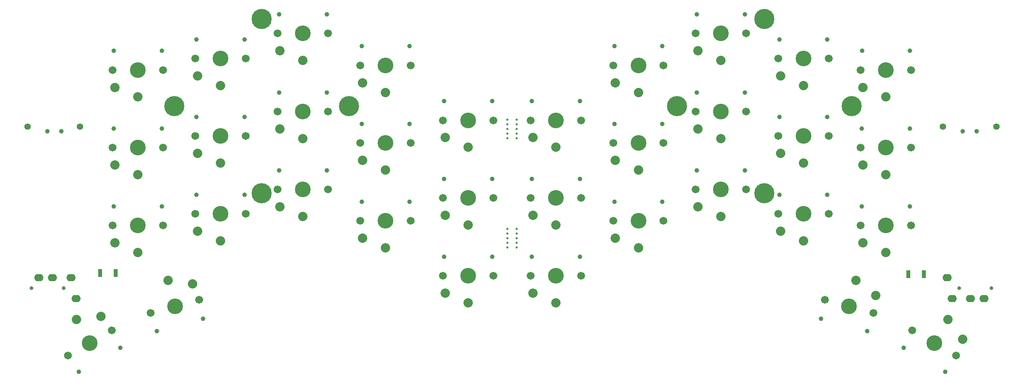
<source format=gbr>
%TF.GenerationSoftware,KiCad,Pcbnew,(6.0.4-0)*%
%TF.CreationDate,2022-05-14T15:15:58+02:00*%
%TF.ProjectId,sweepv2.1,73776565-7076-4322-9e31-2e6b69636164,rev?*%
%TF.SameCoordinates,Original*%
%TF.FileFunction,Soldermask,Top*%
%TF.FilePolarity,Negative*%
%FSLAX46Y46*%
G04 Gerber Fmt 4.6, Leading zero omitted, Abs format (unit mm)*
G04 Created by KiCad (PCBNEW (6.0.4-0)) date 2022-05-14 15:15:58*
%MOMM*%
%LPD*%
G01*
G04 APERTURE LIST*
%ADD10C,0.990600*%
%ADD11C,3.429000*%
%ADD12C,2.032000*%
%ADD13C,1.701800*%
%ADD14C,0.500000*%
%ADD15O,2.000000X1.600000*%
%ADD16C,0.800000*%
%ADD17C,1.000000*%
%ADD18R,0.900000X1.700000*%
%ADD19C,4.400000*%
%ADD20C,1.397000*%
G04 APERTURE END LIST*
D10*
%TO.C,SW10*%
X170636000Y-43298000D03*
D11*
X175856000Y-47498000D03*
D12*
X170856000Y-51298000D03*
X175856000Y-53398000D03*
D10*
X181076000Y-43298000D03*
D13*
X181356000Y-47498000D03*
X170356000Y-47498000D03*
%TD*%
D14*
%TO.C,mouse-bite-2mm-slot*%
X131318000Y-51308000D03*
X129286000Y-51308000D03*
X131318000Y-53340000D03*
X129286000Y-53340000D03*
X131318000Y-49276000D03*
X129286000Y-49276000D03*
X131318000Y-50292000D03*
X131318000Y-52324000D03*
X129286000Y-52324000D03*
X129286000Y-50292000D03*
%TD*%
%TO.C,mouse-bite-2mm-slot*%
X131318000Y-75184000D03*
X129286000Y-75184000D03*
X131318000Y-77216000D03*
X129286000Y-77216000D03*
X131318000Y-73152000D03*
X129286000Y-73152000D03*
X131318000Y-74168000D03*
X131318000Y-76200000D03*
X129286000Y-76200000D03*
X129286000Y-74168000D03*
%TD*%
D15*
%TO.C,J1*%
X30076000Y-83752000D03*
D16*
X25476000Y-86052000D03*
X32476000Y-86052000D03*
D15*
X27076000Y-83752000D03*
X34076000Y-83752000D03*
X35176000Y-88352000D03*
%TD*%
%TO.C,J2*%
X230274000Y-88352000D03*
D16*
X234874000Y-86052000D03*
X227874000Y-86052000D03*
D15*
X233274000Y-88352000D03*
X226274000Y-88352000D03*
X225174000Y-83752000D03*
%TD*%
D17*
%TO.C,SW_POWERR1*%
X231624000Y-51816000D03*
X228624000Y-51816000D03*
%TD*%
%TO.C,SW_POWER1*%
X31980000Y-51816000D03*
X28980000Y-51816000D03*
%TD*%
D10*
%TO.C,SW2*%
X134636000Y-45182000D03*
D11*
X139856000Y-49382000D03*
D12*
X134856000Y-53182000D03*
X139856000Y-55282000D03*
D10*
X145076000Y-45182000D03*
D13*
X145356000Y-49382000D03*
X134356000Y-49382000D03*
%TD*%
D10*
%TO.C,SW3*%
X152636000Y-33182000D03*
D11*
X157856000Y-37382000D03*
D12*
X152856000Y-41182000D03*
X157856000Y-43282000D03*
D10*
X163076000Y-33182000D03*
D13*
X163356000Y-37382000D03*
X152356000Y-37382000D03*
%TD*%
D10*
%TO.C,SW4*%
X170636000Y-26182000D03*
D11*
X175856000Y-30382000D03*
D12*
X170856000Y-34182000D03*
X175856000Y-36282000D03*
D10*
X181076000Y-26182000D03*
D13*
X181356000Y-30382000D03*
X170356000Y-30382000D03*
%TD*%
D10*
%TO.C,SW5*%
X188636000Y-31682000D03*
D11*
X193856000Y-35882000D03*
D12*
X188856000Y-39682000D03*
X193856000Y-41782000D03*
D10*
X199076000Y-31682000D03*
D13*
X199356000Y-35882000D03*
X188356000Y-35882000D03*
%TD*%
D10*
%TO.C,SW6*%
X206636000Y-34182000D03*
D11*
X211856000Y-38382000D03*
D12*
X206856000Y-42182000D03*
X211856000Y-44282000D03*
D10*
X217076000Y-34182000D03*
D13*
X217356000Y-38382000D03*
X206356000Y-38382000D03*
%TD*%
D10*
%TO.C,SW8*%
X134636000Y-62182000D03*
D11*
X139856000Y-66382000D03*
D12*
X134856000Y-70182000D03*
X139856000Y-72282000D03*
D10*
X145076000Y-62182000D03*
D13*
X145356000Y-66382000D03*
X134356000Y-66382000D03*
%TD*%
D10*
%TO.C,SW9*%
X152636000Y-50156000D03*
D11*
X157856000Y-54356000D03*
D12*
X152856000Y-58156000D03*
X157856000Y-60256000D03*
D10*
X163076000Y-50156000D03*
D13*
X163356000Y-54356000D03*
X152356000Y-54356000D03*
%TD*%
D10*
%TO.C,SW11*%
X188636000Y-48632000D03*
D11*
X193856000Y-52832000D03*
D12*
X188856000Y-56632000D03*
X193856000Y-58732000D03*
D10*
X199076000Y-48632000D03*
D13*
X199356000Y-52832000D03*
X188356000Y-52832000D03*
%TD*%
D10*
%TO.C,SW12*%
X206616000Y-51172000D03*
D11*
X211836000Y-55372000D03*
D12*
X206836000Y-59172000D03*
X211836000Y-61272000D03*
D10*
X217056000Y-51172000D03*
D13*
X217336000Y-55372000D03*
X206336000Y-55372000D03*
%TD*%
D10*
%TO.C,SW14*%
X134636000Y-79182000D03*
D11*
X139856000Y-83382000D03*
D12*
X134856000Y-87182000D03*
X139856000Y-89282000D03*
D10*
X145076000Y-79182000D03*
D13*
X145356000Y-83382000D03*
X134356000Y-83382000D03*
%TD*%
D10*
%TO.C,SW15*%
X152636000Y-67174000D03*
D11*
X157856000Y-71374000D03*
D12*
X152856000Y-75174000D03*
X157856000Y-77274000D03*
D10*
X163076000Y-67174000D03*
D13*
X163356000Y-71374000D03*
X152356000Y-71374000D03*
%TD*%
D10*
%TO.C,SW16*%
X170636000Y-60316000D03*
D11*
X175856000Y-64516000D03*
D12*
X170856000Y-68316000D03*
X175856000Y-70416000D03*
D10*
X181076000Y-60316000D03*
D13*
X181356000Y-64516000D03*
X170356000Y-64516000D03*
%TD*%
D10*
%TO.C,SW17*%
X188636000Y-65650000D03*
D11*
X193856000Y-69850000D03*
D12*
X188856000Y-73650000D03*
X193856000Y-75750000D03*
D10*
X199076000Y-65650000D03*
D13*
X199356000Y-69850000D03*
X188356000Y-69850000D03*
%TD*%
D10*
%TO.C,SW18*%
X206616000Y-68190000D03*
D11*
X211836000Y-72390000D03*
D12*
X206836000Y-76190000D03*
X211836000Y-78290000D03*
D10*
X217056000Y-68190000D03*
D13*
X217336000Y-72390000D03*
X206336000Y-72390000D03*
%TD*%
D10*
%TO.C,SW20*%
X224806653Y-104329307D03*
D11*
X222386000Y-98082000D03*
D12*
X228616127Y-97291103D03*
X225336000Y-92972450D03*
D10*
X215765347Y-99109307D03*
D13*
X217622860Y-95332000D03*
X227149140Y-100832000D03*
%TD*%
D10*
%TO.C,SW21*%
X207781093Y-95489924D03*
D11*
X203826000Y-90082000D03*
D12*
X209639142Y-87705577D03*
X205353032Y-84383038D03*
D10*
X197696827Y-92787853D03*
D13*
X198513408Y-88658495D03*
X209138592Y-91505505D03*
%TD*%
D10*
%TO.C,SW11_r1*%
X61480000Y-48632000D03*
D11*
X66700000Y-52832000D03*
D12*
X61700000Y-56632000D03*
X66700000Y-58732000D03*
D10*
X71920000Y-48632000D03*
D13*
X72200000Y-52832000D03*
X61200000Y-52832000D03*
%TD*%
D10*
%TO.C,SW12_r1*%
X43466000Y-51172000D03*
D11*
X48686000Y-55372000D03*
D12*
X43686000Y-59172000D03*
X48686000Y-61272000D03*
D10*
X53906000Y-51172000D03*
D13*
X54186000Y-55372000D03*
X43186000Y-55372000D03*
%TD*%
D10*
%TO.C,SW13_r1*%
X115512000Y-79182000D03*
D11*
X120732000Y-83382000D03*
D12*
X115732000Y-87182000D03*
X120732000Y-89282000D03*
D10*
X125952000Y-79182000D03*
D13*
X126232000Y-83382000D03*
X115232000Y-83382000D03*
%TD*%
D10*
%TO.C,SW15_r1*%
X79468000Y-60316000D03*
D11*
X84688000Y-64516000D03*
D12*
X79688000Y-68316000D03*
X84688000Y-70416000D03*
D10*
X89908000Y-60316000D03*
D13*
X90188000Y-64516000D03*
X79188000Y-64516000D03*
%TD*%
D10*
%TO.C,SW16_r1*%
X61480000Y-65650000D03*
D11*
X66700000Y-69850000D03*
D12*
X61700000Y-73650000D03*
X66700000Y-75750000D03*
D10*
X71920000Y-65650000D03*
D13*
X72200000Y-69850000D03*
X61200000Y-69850000D03*
%TD*%
D10*
%TO.C,SW17_r1*%
X43466000Y-68190000D03*
D11*
X48686000Y-72390000D03*
D12*
X43686000Y-76190000D03*
X48686000Y-78290000D03*
D10*
X53906000Y-68190000D03*
D13*
X54186000Y-72390000D03*
X43186000Y-72390000D03*
%TD*%
D10*
%TO.C,SW18_r1*%
X97494000Y-67174000D03*
D11*
X102714000Y-71374000D03*
D12*
X97714000Y-75174000D03*
X102714000Y-77274000D03*
D10*
X107934000Y-67174000D03*
D13*
X108214000Y-71374000D03*
X97214000Y-71374000D03*
%TD*%
D10*
%TO.C,SW2_r1*%
X115512000Y-45182000D03*
D11*
X120732000Y-49382000D03*
D12*
X115732000Y-53182000D03*
X120732000Y-55282000D03*
D10*
X125952000Y-45182000D03*
D13*
X126232000Y-49382000D03*
X115232000Y-49382000D03*
%TD*%
D10*
%TO.C,SW3_r1*%
X97494000Y-33182000D03*
D11*
X102714000Y-37382000D03*
D12*
X97714000Y-41182000D03*
X102714000Y-43282000D03*
D10*
X107934000Y-33182000D03*
D13*
X108214000Y-37382000D03*
X97214000Y-37382000D03*
%TD*%
D10*
%TO.C,SW4_r1*%
X79468000Y-26182000D03*
D11*
X84688000Y-30382000D03*
D12*
X79688000Y-34182000D03*
X84688000Y-36282000D03*
D10*
X89908000Y-26182000D03*
D13*
X90188000Y-30382000D03*
X79188000Y-30382000D03*
%TD*%
D10*
%TO.C,SW5_r1*%
X61480000Y-31682000D03*
D11*
X66700000Y-35882000D03*
D12*
X61700000Y-39682000D03*
X66700000Y-41782000D03*
D10*
X71920000Y-31682000D03*
D13*
X72200000Y-35882000D03*
X61200000Y-35882000D03*
%TD*%
D10*
%TO.C,SW6_r1*%
X43466000Y-34182000D03*
D11*
X48686000Y-38382000D03*
D12*
X43686000Y-42182000D03*
X48686000Y-44282000D03*
D10*
X53906000Y-34182000D03*
D13*
X54186000Y-38382000D03*
X43186000Y-38382000D03*
%TD*%
D10*
%TO.C,SW7_r1*%
X115512000Y-62182000D03*
D11*
X120732000Y-66382000D03*
D12*
X115732000Y-70182000D03*
X120732000Y-72282000D03*
D10*
X125952000Y-62182000D03*
D13*
X126232000Y-66382000D03*
X115232000Y-66382000D03*
%TD*%
D10*
%TO.C,SW8_r1*%
X97494000Y-50156000D03*
D11*
X102714000Y-54356000D03*
D12*
X97714000Y-58156000D03*
X102714000Y-60256000D03*
D10*
X107934000Y-50156000D03*
D13*
X108214000Y-54356000D03*
X97214000Y-54356000D03*
%TD*%
D10*
%TO.C,SW9_r1*%
X79468000Y-43298000D03*
D11*
X84688000Y-47498000D03*
D12*
X79688000Y-51298000D03*
X84688000Y-53398000D03*
D10*
X89908000Y-43298000D03*
D13*
X90188000Y-47498000D03*
X79188000Y-47498000D03*
%TD*%
D10*
%TO.C,SW20_r1*%
X44838653Y-99109307D03*
D11*
X38218000Y-98082000D03*
D12*
X40648127Y-92291103D03*
X35268000Y-92972450D03*
D10*
X35797347Y-104329307D03*
D13*
X33454860Y-100832000D03*
X42981140Y-95332000D03*
%TD*%
D10*
%TO.C,SW21_r1*%
X62907173Y-92787853D03*
D11*
X56778000Y-90082000D03*
D12*
X60624117Y-85117387D03*
X55250968Y-84383038D03*
D10*
X52822907Y-95489924D03*
D13*
X51465408Y-91505505D03*
X62090592Y-88658495D03*
%TD*%
D18*
%TO.C,RSW2*%
X40464000Y-82804000D03*
X43864000Y-82804000D03*
%TD*%
%TO.C,RSW1*%
X216740000Y-83058000D03*
X220140000Y-83058000D03*
%TD*%
D19*
%TO.C,REF\u002A\u002A*%
X56642000Y-46282000D03*
X75692000Y-65332000D03*
X94742000Y-46282000D03*
X75692000Y-27232000D03*
%TD*%
%TO.C,REF\u002A\u002A*%
X185356000Y-27232000D03*
X204406000Y-46282000D03*
X185356000Y-65332000D03*
X166306000Y-46282000D03*
%TD*%
D20*
%TO.C,BatGND4*%
X36068000Y-50800000D03*
%TD*%
%TO.C,BatGND1*%
X224282000Y-50800000D03*
%TD*%
%TO.C,Bat+r1*%
X235966000Y-50800000D03*
%TD*%
%TO.C,Bat+1*%
X24638000Y-50800000D03*
%TD*%
M02*

</source>
